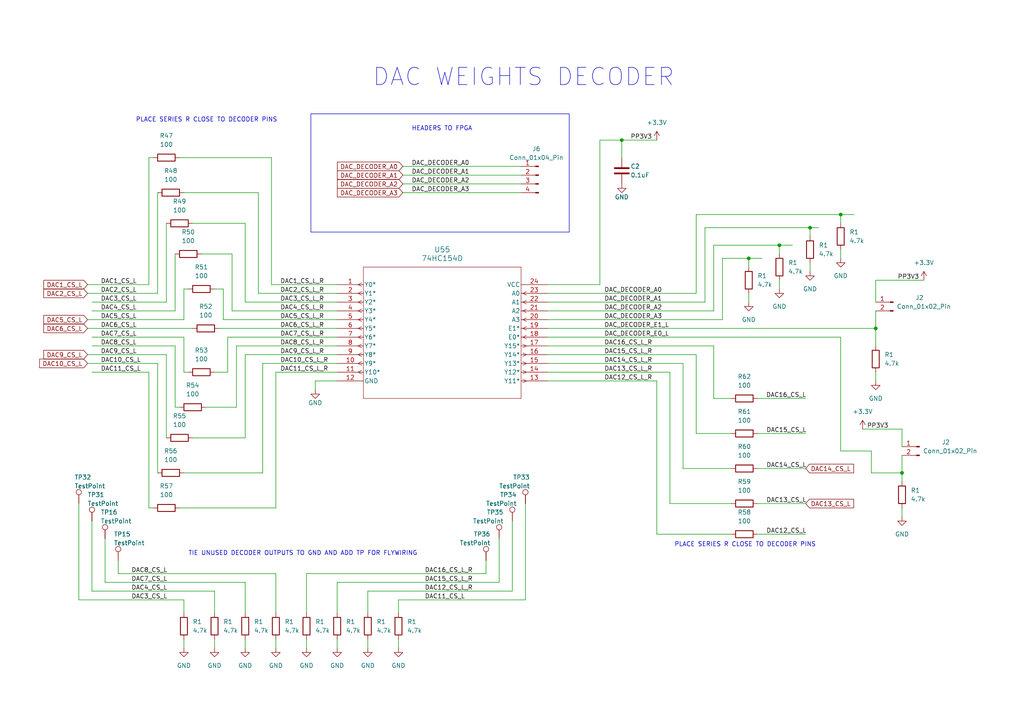
<source format=kicad_sch>
(kicad_sch (version 20230121) (generator eeschema)
  (paper "A4")
  (lib_symbols
    (symbol "74HC154D:74HC154D" (pin_names (offset 0.254))
      (property "Reference" "U" (at 30.48 10.16 0))
      (property "Value" "74HC154D" (at 30.48 7.62 0))
      (symbol "74HC154D_0_1"
        (polyline (pts (xy 7.0993 -25.9207) (xy 6.0579 -25.4)) (stroke (width 0.127)))
        (polyline (pts (xy 7.0993 -24.8793) (xy 6.0579 -25.4)) (stroke (width 0.127)))
        (polyline (pts (xy 7.0993 -23.3807) (xy 6.0579 -22.86)) (stroke (width 0.127)))
        (polyline (pts (xy 7.0993 -22.3393) (xy 6.0579 -22.86)) (stroke (width 0.127)))
        (polyline (pts (xy 7.0993 -20.8407) (xy 6.0579 -20.32)) (stroke (width 0.127)))
        (polyline (pts (xy 7.0993 -19.7993) (xy 6.0579 -20.32)) (stroke (width 0.127)))
        (polyline (pts (xy 7.0993 -18.3007) (xy 6.0579 -17.78)) (stroke (width 0.127)))
        (polyline (pts (xy 7.0993 -17.2593) (xy 6.0579 -17.78)) (stroke (width 0.127)))
        (polyline (pts (xy 7.0993 -15.7607) (xy 6.0579 -15.24)) (stroke (width 0.127)))
        (polyline (pts (xy 7.0993 -14.7193) (xy 6.0579 -15.24)) (stroke (width 0.127)))
        (polyline (pts (xy 7.0993 -13.2207) (xy 6.0579 -12.7)) (stroke (width 0.127)))
        (polyline (pts (xy 7.0993 -12.1793) (xy 6.0579 -12.7)) (stroke (width 0.127)))
        (polyline (pts (xy 7.0993 -10.6807) (xy 6.0579 -10.16)) (stroke (width 0.127)))
        (polyline (pts (xy 7.0993 -9.6393) (xy 6.0579 -10.16)) (stroke (width 0.127)))
        (polyline (pts (xy 7.0993 -8.1407) (xy 6.0579 -7.62)) (stroke (width 0.127)))
        (polyline (pts (xy 7.0993 -7.0993) (xy 6.0579 -7.62)) (stroke (width 0.127)))
        (polyline (pts (xy 7.0993 -5.6007) (xy 6.0579 -5.08)) (stroke (width 0.127)))
        (polyline (pts (xy 7.0993 -4.5593) (xy 6.0579 -5.08)) (stroke (width 0.127)))
        (polyline (pts (xy 7.0993 -3.0607) (xy 6.0579 -2.54)) (stroke (width 0.127)))
        (polyline (pts (xy 7.0993 -2.0193) (xy 6.0579 -2.54)) (stroke (width 0.127)))
        (polyline (pts (xy 7.0993 -0.5207) (xy 6.0579 0)) (stroke (width 0.127)))
        (polyline (pts (xy 7.0993 0.5207) (xy 6.0579 0)) (stroke (width 0.127)))
        (polyline (pts (xy 7.62 -33.02) (xy 53.34 -33.02)) (stroke (width 0.127)))
        (polyline (pts (xy 7.62 5.08) (xy 7.62 -33.02)) (stroke (width 0.127)))
        (polyline (pts (xy 53.34 -33.02) (xy 53.34 5.08)) (stroke (width 0.127)))
        (polyline (pts (xy 53.34 5.08) (xy 7.62 5.08)) (stroke (width 0.127)))
        (polyline (pts (xy 53.8607 -28.4607) (xy 54.9021 -27.94)) (stroke (width 0.127)))
        (polyline (pts (xy 53.8607 -27.4193) (xy 54.9021 -27.94)) (stroke (width 0.127)))
        (polyline (pts (xy 53.8607 -25.9207) (xy 54.9021 -25.4)) (stroke (width 0.127)))
        (polyline (pts (xy 53.8607 -24.8793) (xy 54.9021 -25.4)) (stroke (width 0.127)))
        (polyline (pts (xy 53.8607 -23.3807) (xy 54.9021 -22.86)) (stroke (width 0.127)))
        (polyline (pts (xy 53.8607 -22.3393) (xy 54.9021 -22.86)) (stroke (width 0.127)))
        (polyline (pts (xy 53.8607 -20.8407) (xy 54.9021 -20.32)) (stroke (width 0.127)))
        (polyline (pts (xy 53.8607 -19.7993) (xy 54.9021 -20.32)) (stroke (width 0.127)))
        (polyline (pts (xy 53.8607 -18.3007) (xy 54.9021 -17.78)) (stroke (width 0.127)))
        (polyline (pts (xy 53.8607 -17.2593) (xy 54.9021 -17.78)) (stroke (width 0.127)))
        (polyline (pts (xy 53.8607 -15.24) (xy 54.9021 -15.7607)) (stroke (width 0.127)))
        (polyline (pts (xy 53.8607 -15.24) (xy 54.9021 -14.7193)) (stroke (width 0.127)))
        (polyline (pts (xy 53.8607 -12.7) (xy 54.9021 -13.2207)) (stroke (width 0.127)))
        (polyline (pts (xy 53.8607 -12.7) (xy 54.9021 -12.1793)) (stroke (width 0.127)))
        (polyline (pts (xy 53.8607 -10.16) (xy 54.9021 -10.6807)) (stroke (width 0.127)))
        (polyline (pts (xy 53.8607 -10.16) (xy 54.9021 -9.6393)) (stroke (width 0.127)))
        (polyline (pts (xy 53.8607 -7.62) (xy 54.9021 -8.1407)) (stroke (width 0.127)))
        (polyline (pts (xy 53.8607 -7.62) (xy 54.9021 -7.0993)) (stroke (width 0.127)))
        (polyline (pts (xy 53.8607 -5.08) (xy 54.9021 -5.6007)) (stroke (width 0.127)))
        (polyline (pts (xy 53.8607 -5.08) (xy 54.9021 -4.5593)) (stroke (width 0.127)))
        (polyline (pts (xy 53.8607 -2.54) (xy 54.9021 -3.0607)) (stroke (width 0.127)))
        (polyline (pts (xy 53.8607 -2.54) (xy 54.9021 -2.0193)) (stroke (width 0.127)))
        (pin output line (at 0 0 0) (length 7.62) (name "Y0*") (number "1"))
        (pin output line (at 0 -22.86 0) (length 7.62) (name "Y9*") (number "10"))
        (pin output line (at 0 -25.4 0) (length 7.62) (name "Y10*") (number "11"))
        (pin power_in line (at 0 -27.94 0) (length 7.62) (name "GND") (number "12"))
        (pin output line (at 60.96 -27.94 180) (length 7.62) (name "Y11*") (number "13"))
        (pin output line (at 60.96 -25.4 180) (length 7.62) (name "Y12*") (number "14"))
        (pin output line (at 60.96 -22.86 180) (length 7.62) (name "Y13*") (number "15"))
        (pin output line (at 60.96 -20.32 180) (length 7.62) (name "Y14*") (number "16"))
        (pin output line (at 60.96 -17.78 180) (length 7.62) (name "Y15*") (number "17"))
        (pin input line (at 60.96 -15.24 180) (length 7.62) (name "E0*") (number "18"))
        (pin input line (at 60.96 -12.7 180) (length 7.62) (name "E1*") (number "19"))
        (pin output line (at 0 -2.54 0) (length 7.62) (name "Y1*") (number "2"))
        (pin input line (at 60.96 -10.16 180) (length 7.62) (name "A3") (number "20"))
        (pin input line (at 60.96 -7.62 180) (length 7.62) (name "A2") (number "21"))
        (pin input line (at 60.96 -5.08 180) (length 7.62) (name "A1") (number "22"))
        (pin input line (at 60.96 -2.54 180) (length 7.62) (name "A0") (number "23"))
        (pin power_in line (at 60.96 0 180) (length 7.62) (name "VCC") (number "24"))
        (pin output line (at 0 -5.08 0) (length 7.62) (name "Y2*") (number "3"))
        (pin output line (at 0 -7.62 0) (length 7.62) (name "Y3*") (number "4"))
        (pin output line (at 0 -10.16 0) (length 7.62) (name "Y4*") (number "5"))
        (pin output line (at 0 -12.7 0) (length 7.62) (name "Y5*") (number "6"))
        (pin output line (at 0 -15.24 0) (length 7.62) (name "Y6*") (number "7"))
        (pin output line (at 0 -17.78 0) (length 7.62) (name "Y7*") (number "8"))
        (pin output line (at 0 -20.32 0) (length 7.62) (name "Y8*") (number "9"))
      )
    )
    (symbol "Connector:Conn_01x02_Pin" (pin_names (offset 1.016) hide)
      (property "Reference" "J" (at 0 2.54 0))
      (property "Value" "Conn_01x02_Pin" (at 0 -5.08 0))
      (symbol "Conn_01x02_Pin_1_1"
        (polyline (pts (xy 1.27 -2.54) (xy 0.8636 -2.54)) (stroke (width 0.1524)))
        (polyline (pts (xy 1.27 0) (xy 0.8636 0)) (stroke (width 0.1524)))
        (rectangle (start 0.8636 -2.413) (end 0 -2.667) (stroke (width 0.1524)) (fill (type outline)))
        (rectangle (start 0.8636 0.127) (end 0 -0.127) (stroke (width 0.1524)) (fill (type outline)))
        (pin passive line (at 5.08 0 180) (length 3.81) (name "Pin_1") (number "1"))
        (pin passive line (at 5.08 -2.54 180) (length 3.81) (name "Pin_2") (number "2"))
      )
    )
    (symbol "Connector:Conn_01x04_Pin" (pin_names (offset 1.016) hide)
      (property "Reference" "J" (at 0 5.08 0))
      (property "Value" "Conn_01x04_Pin" (at 0 -7.62 0))
      (symbol "Conn_01x04_Pin_1_1"
        (polyline (pts (xy 1.27 -5.08) (xy 0.8636 -5.08)) (stroke (width 0.1524)))
        (polyline (pts (xy 1.27 -2.54) (xy 0.8636 -2.54)) (stroke (width 0.1524)))
        (polyline (pts (xy 1.27 0) (xy 0.8636 0)) (stroke (width 0.1524)))
        (polyline (pts (xy 1.27 2.54) (xy 0.8636 2.54)) (stroke (width 0.1524)))
        (rectangle (start 0.8636 -4.953) (end 0 -5.207) (stroke (width 0.1524)) (fill (type outline)))
        (rectangle (start 0.8636 -2.413) (end 0 -2.667) (stroke (width 0.1524)) (fill (type outline)))
        (rectangle (start 0.8636 0.127) (end 0 -0.127) (stroke (width 0.1524)) (fill (type outline)))
        (rectangle (start 0.8636 2.667) (end 0 2.413) (stroke (width 0.1524)) (fill (type outline)))
        (pin passive line (at 5.08 2.54 180) (length 3.81) (name "Pin_1") (number "1"))
        (pin passive line (at 5.08 0 180) (length 3.81) (name "Pin_2") (number "2"))
        (pin passive line (at 5.08 -2.54 180) (length 3.81) (name "Pin_3") (number "3"))
        (pin passive line (at 5.08 -5.08 180) (length 3.81) (name "Pin_4") (number "4"))
      )
    )
    (symbol "Connector:TestPoint" (pin_numbers hide) (pin_names (offset 0.762) hide)
      (property "Reference" "TP" (at 0 6.858 0))
      (property "Value" "TestPoint" (at 0 5.08 0))
      (symbol "TestPoint_0_1"
        (circle (center 0 3.302) (radius 0.762))
      )
      (symbol "TestPoint_1_1"
        (pin passive line (at 0 0 90) (length 2.54) (name "1") (number "1"))
      )
    )
    (symbol "Device:C" (pin_numbers hide) (pin_names (offset 0.254))
      (property "Reference" "C" (at 0.635 2.54 0))
      (property "Value" "C" (at 0.635 -2.54 0))
      (symbol "C_0_1"
        (polyline (pts (xy -2.032 -0.762) (xy 2.032 -0.762)) (stroke (width 0.508)))
        (polyline (pts (xy -2.032 0.762) (xy 2.032 0.762)) (stroke (width 0.508)))
      )
      (symbol "C_1_1"
        (pin passive line (at 0 3.81 270) (length 2.794) (name "~") (number "1"))
        (pin passive line (at 0 -3.81 90) (length 2.794) (name "~") (number "2"))
      )
    )
    (symbol "Device:R" (pin_numbers hide) (pin_names (offset 0))
      (property "Reference" "R" (at 2.032 0 90))
      (property "Value" "R" (at 0 0 90))
      (symbol "R_0_1"
        (rectangle (start -1.016 -2.54) (end 1.016 2.54) (stroke (width 0.254)))
      )
      (symbol "R_1_1"
        (pin passive line (at 0 3.81 270) (length 1.27) (name "~") (number "1"))
        (pin passive line (at 0 -3.81 90) (length 1.27) (name "~") (number "2"))
      )
    )
    (symbol "power:+3.3V" (power) (pin_names (offset 0))
      (property "Value" "+3.3V" (at 0 3.556 0))
      (symbol "+3.3V_0_1"
        (polyline (pts (xy -0.762 1.27) (xy 0 2.54)))
        (polyline (pts (xy 0 0) (xy 0 2.54)))
        (polyline (pts (xy 0 2.54) (xy 0.762 1.27)))
      )
      (symbol "+3.3V_1_1"
        (pin power_in line (at 0 0 90) (length 0) hide (name "+3.3V") (number "1"))
      )
    )
    (symbol "power:GND" (power) (pin_names (offset 0))
      (property "Value" "GND" (at 0 -3.81 0))
      (symbol "GND_0_1"
        (polyline (pts (xy 0 0) (xy 0 -1.27) (xy 1.27 -1.27) (xy 0 -2.54) (xy -1.27 -1.27) (xy 0 -1.27)))
      )
      (symbol "GND_1_1"
        (pin power_in line (at 0 0 270) (length 0) hide (name "GND") (number "1"))
      )
    )
  )
  (junction (at 180.34 40.64))
  (junction (at 226.06 71.12))
  (junction (at 234.95 66.04))
  (junction (at 217.17 74.93))
  (junction (at 261.62 137.16))
  (junction (at 243.84 62.23))
  (junction (at 254 95.25))
  (wire (pts (xy 63.5 95.25) (xy 97.79 95.25)))
  (wire (pts (xy 226.06 71.12) (xy 226.06 73.66)))
  (wire (pts (xy 25.4 82.55) (xy 43.18 82.55)))
  (wire (pts (xy 67.31 73.66) (xy 67.31 90.17)))
  (wire (pts (xy 194.31 146.05) (xy 194.31 107.95)))
  (wire (pts (xy 53.34 83.82) (xy 53.34 92.71)))
  (wire (pts (xy 74.93 85.09) (xy 97.79 85.09)))
  (wire (pts (xy 140.97 162.56) (xy 140.97 166.37)))
  (wire (pts (xy 152.4 146.05) (xy 152.4 173.99)))
  (wire (pts (xy 71.12 177.8) (xy 71.12 168.91)))
  (wire (pts (xy 194.31 146.05) (xy 212.09 146.05)))
  (wire (pts (xy 43.18 147.32) (xy 44.45 147.32)))
  (wire (pts (xy 64.77 92.71) (xy 97.79 92.71)))
  (wire (pts (xy 190.5 154.94) (xy 190.5 110.49)))
  (wire (pts (xy 26.67 97.79) (xy 53.34 97.79)))
  (wire (pts (xy 217.17 85.09) (xy 217.17 87.63)))
  (wire (pts (xy 254 95.25) (xy 254 100.33)))
  (wire (pts (xy 68.58 100.33) (xy 97.79 100.33)))
  (wire (pts (xy 22.86 146.05) (xy 22.86 173.99)))
  (wire (pts (xy 88.9 166.37) (xy 140.97 166.37)))
  (wire (pts (xy 115.57 177.8) (xy 115.57 173.99)))
  (wire (pts (xy 219.71 135.89) (xy 233.68 135.89)))
  (wire (pts (xy 201.93 85.09) (xy 201.93 62.23)))
  (wire (pts (xy 201.93 62.23) (xy 243.84 62.23)))
  (wire (pts (xy 80.01 147.32) (xy 80.01 107.95)))
  (wire (pts (xy 158.75 85.09) (xy 201.93 85.09)))
  (wire (pts (xy 243.84 130.81) (xy 252.73 130.81)))
  (wire (pts (xy 252.73 130.81) (xy 252.73 137.16)))
  (wire (pts (xy 234.95 66.04) (xy 234.95 68.58)))
  (wire (pts (xy 204.47 87.63) (xy 204.47 66.04)))
  (wire (pts (xy 25.4 105.41) (xy 45.72 105.41)))
  (wire (pts (xy 53.34 107.95) (xy 54.61 107.95)))
  (wire (pts (xy 66.04 107.95) (xy 66.04 97.79)))
  (wire (pts (xy 26.67 90.17) (xy 50.8 90.17)))
  (wire (pts (xy 180.34 40.64) (xy 180.34 45.72)))
  (wire (pts (xy 234.95 66.04) (xy 237.49 66.04)))
  (wire (pts (xy 52.07 45.72) (xy 78.74 45.72)))
  (wire (pts (xy 74.93 55.88) (xy 74.93 85.09)))
  (wire (pts (xy 219.71 115.57) (xy 233.68 115.57)))
  (wire (pts (xy 26.67 171.45) (xy 62.23 171.45)))
  (wire (pts (xy 115.57 185.42) (xy 115.57 187.96)))
  (wire (pts (xy 226.06 81.28) (xy 226.06 83.82)))
  (wire (pts (xy 48.26 127) (xy 48.26 102.87)))
  (wire (pts (xy 71.12 127) (xy 71.12 102.87)))
  (wire (pts (xy 173.99 40.64) (xy 173.99 82.55)))
  (wire (pts (xy 261.62 147.32) (xy 261.62 149.86)))
  (wire (pts (xy 158.75 95.25) (xy 254 95.25)))
  (wire (pts (xy 106.68 171.45) (xy 148.59 171.45)))
  (wire (pts (xy 97.79 177.8) (xy 97.79 168.91)))
  (wire (pts (xy 78.74 45.72) (xy 78.74 82.55)))
  (wire (pts (xy 207.01 90.17) (xy 207.01 71.12)))
  (wire (pts (xy 34.29 166.37) (xy 80.01 166.37)))
  (wire (pts (xy 158.75 92.71) (xy 209.55 92.71)))
  (wire (pts (xy 116.84 50.8) (xy 151.13 50.8)))
  (wire (pts (xy 45.72 55.88) (xy 45.72 85.09)))
  (wire (pts (xy 198.12 135.89) (xy 212.09 135.89)))
  (wire (pts (xy 22.86 173.99) (xy 53.34 173.99)))
  (wire (pts (xy 25.4 95.25) (xy 55.88 95.25)))
  (wire (pts (xy 76.2 105.41) (xy 97.79 105.41)))
  (wire (pts (xy 173.99 40.64) (xy 180.34 40.64)))
  (wire (pts (xy 219.71 146.05) (xy 233.68 146.05)))
  (wire (pts (xy 243.84 97.79) (xy 243.84 130.81)))
  (wire (pts (xy 26.67 87.63) (xy 48.26 87.63)))
  (wire (pts (xy 30.48 156.21) (xy 30.48 168.91)))
  (wire (pts (xy 254 81.28) (xy 267.97 81.28)))
  (wire (pts (xy 43.18 45.72) (xy 43.18 82.55)))
  (wire (pts (xy 254 81.28) (xy 254 87.63)))
  (wire (pts (xy 209.55 74.93) (xy 217.17 74.93)))
  (wire (pts (xy 158.75 102.87) (xy 201.93 102.87)))
  (wire (pts (xy 88.9 185.42) (xy 88.9 187.96)))
  (wire (pts (xy 26.67 100.33) (xy 50.8 100.33)))
  (wire (pts (xy 25.4 85.09) (xy 45.72 85.09)))
  (wire (pts (xy 55.88 64.77) (xy 71.12 64.77)))
  (wire (pts (xy 71.12 64.77) (xy 71.12 87.63)))
  (wire (pts (xy 88.9 177.8) (xy 88.9 166.37)))
  (wire (pts (xy 158.75 90.17) (xy 207.01 90.17)))
  (wire (pts (xy 50.8 118.11) (xy 50.8 100.33)))
  (wire (pts (xy 66.04 97.79) (xy 97.79 97.79)))
  (wire (pts (xy 158.75 87.63) (xy 204.47 87.63)))
  (wire (pts (xy 26.67 151.13) (xy 26.67 171.45)))
  (wire (pts (xy 62.23 177.8) (xy 62.23 171.45)))
  (wire (pts (xy 207.01 115.57) (xy 207.01 100.33)))
  (wire (pts (xy 148.59 151.13) (xy 148.59 171.45)))
  (wire (pts (xy 48.26 64.77) (xy 48.26 87.63)))
  (wire (pts (xy 158.75 110.49) (xy 190.5 110.49)))
  (wire (pts (xy 173.99 82.55) (xy 158.75 82.55)))
  (wire (pts (xy 50.8 73.66) (xy 50.8 90.17)))
  (wire (pts (xy 201.93 125.73) (xy 201.93 102.87)))
  (wire (pts (xy 30.48 168.91) (xy 71.12 168.91)))
  (wire (pts (xy 52.07 147.32) (xy 80.01 147.32)))
  (wire (pts (xy 115.57 173.99) (xy 152.4 173.99)))
  (wire (pts (xy 53.34 177.8) (xy 53.34 173.99)))
  (wire (pts (xy 207.01 115.57) (xy 212.09 115.57)))
  (wire (pts (xy 254 107.95) (xy 254 110.49)))
  (wire (pts (xy 144.78 156.21) (xy 144.78 168.91)))
  (wire (pts (xy 25.4 102.87) (xy 48.26 102.87)))
  (wire (pts (xy 76.2 137.16) (xy 76.2 105.41)))
  (wire (pts (xy 43.18 45.72) (xy 44.45 45.72)))
  (wire (pts (xy 180.34 40.64) (xy 190.5 40.64)))
  (wire (pts (xy 116.84 53.34) (xy 151.13 53.34)))
  (wire (pts (xy 261.62 132.08) (xy 261.62 137.16)))
  (wire (pts (xy 158.75 107.95) (xy 194.31 107.95)))
  (wire (pts (xy 91.44 113.03) (xy 91.44 110.49)))
  (wire (pts (xy 261.62 137.16) (xy 261.62 139.7)))
  (wire (pts (xy 53.34 107.95) (xy 53.34 97.79)))
  (wire (pts (xy 158.75 100.33) (xy 207.01 100.33)))
  (wire (pts (xy 53.34 83.82) (xy 54.61 83.82)))
  (wire (pts (xy 62.23 107.95) (xy 66.04 107.95)))
  (wire (pts (xy 97.79 168.91) (xy 144.78 168.91)))
  (wire (pts (xy 243.84 72.39) (xy 243.84 74.93)))
  (wire (pts (xy 198.12 135.89) (xy 198.12 105.41)))
  (wire (pts (xy 243.84 62.23) (xy 247.65 62.23)))
  (wire (pts (xy 234.95 76.2) (xy 234.95 78.74)))
  (wire (pts (xy 106.68 185.42) (xy 106.68 187.96)))
  (wire (pts (xy 43.18 147.32) (xy 43.18 107.95)))
  (wire (pts (xy 67.31 90.17) (xy 97.79 90.17)))
  (wire (pts (xy 190.5 154.94) (xy 212.09 154.94)))
  (wire (pts (xy 62.23 185.42) (xy 62.23 187.96)))
  (wire (pts (xy 254 90.17) (xy 254 95.25)))
  (wire (pts (xy 78.74 82.55) (xy 97.79 82.55)))
  (wire (pts (xy 252.73 137.16) (xy 261.62 137.16)))
  (wire (pts (xy 116.84 55.88) (xy 151.13 55.88)))
  (wire (pts (xy 219.71 154.94) (xy 233.68 154.94)))
  (wire (pts (xy 106.68 177.8) (xy 106.68 171.45)))
  (wire (pts (xy 97.79 185.42) (xy 97.79 187.96)))
  (wire (pts (xy 207.01 71.12) (xy 226.06 71.12)))
  (wire (pts (xy 50.8 118.11) (xy 52.07 118.11)))
  (wire (pts (xy 71.12 87.63) (xy 97.79 87.63)))
  (wire (pts (xy 209.55 92.71) (xy 209.55 74.93)))
  (wire (pts (xy 53.34 137.16) (xy 76.2 137.16)))
  (wire (pts (xy 34.29 162.56) (xy 34.29 166.37)))
  (wire (pts (xy 226.06 71.12) (xy 229.87 71.12)))
  (wire (pts (xy 80.01 185.42) (xy 80.01 187.96)))
  (wire (pts (xy 80.01 107.95) (xy 97.79 107.95)))
  (wire (pts (xy 217.17 74.93) (xy 217.17 77.47)))
  (wire (pts (xy 58.42 73.66) (xy 67.31 73.66)))
  (wire (pts (xy 59.69 118.11) (xy 68.58 118.11)))
  (wire (pts (xy 204.47 66.04) (xy 234.95 66.04)))
  (wire (pts (xy 261.62 124.46) (xy 261.62 129.54)))
  (wire (pts (xy 217.17 74.93) (xy 220.98 74.93)))
  (wire (pts (xy 250.19 124.46) (xy 261.62 124.46)))
  (wire (pts (xy 243.84 62.23) (xy 243.84 64.77)))
  (wire (pts (xy 25.4 92.71) (xy 53.34 92.71)))
  (wire (pts (xy 116.84 48.26) (xy 151.13 48.26)))
  (wire (pts (xy 53.34 185.42) (xy 53.34 187.96)))
  (wire (pts (xy 71.12 185.42) (xy 71.12 187.96)))
  (wire (pts (xy 219.71 125.73) (xy 233.68 125.73)))
  (wire (pts (xy 53.34 55.88) (xy 74.93 55.88)))
  (wire (pts (xy 62.23 83.82) (xy 64.77 83.82)))
  (wire (pts (xy 55.88 127) (xy 71.12 127)))
  (wire (pts (xy 201.93 125.73) (xy 212.09 125.73)))
  (wire (pts (xy 80.01 177.8) (xy 80.01 166.37)))
  (wire (pts (xy 158.75 105.41) (xy 198.12 105.41)))
  (wire (pts (xy 64.77 83.82) (xy 64.77 92.71)))
  (wire (pts (xy 91.44 110.49) (xy 97.79 110.49)))
  (wire (pts (xy 68.58 118.11) (xy 68.58 100.33)))
  (wire (pts (xy 158.75 97.79) (xy 243.84 97.79)))
  (wire (pts (xy 71.12 102.87) (xy 97.79 102.87)))
  (wire (pts (xy 26.67 107.95) (xy 43.18 107.95)))
  (wire (pts (xy 45.72 137.16) (xy 45.72 105.41)))
  (rectangle (start 90.17 33.02) (end 165.1 67.31))
  (text "PLACE SERIES R CLOSE TO DECODER PINS" (at 39.37 35.56 0) (effects (font (size 1.27 1.27)) (justify left bottom)))
  (text "DAC WEIGHTS DECODER" (at 107.95 25.4 0) (effects (font (size 5 5)) (justify left bottom)))
  (text "TIE UNUSED DECODER OUTPUTS TO GND AND ADD TP FOR FLYWIRING" (at 54.61 161.29 0) (effects (font (size 1.27 1.27)) (justify left bottom)))
  (text "HEADERS TO FPGA" (at 119.38 38.1 0) (effects (font (size 1.27 1.27)) (justify left bottom)))
  (text "PLACE SERIES R CLOSE TO DECODER PINS" (at 195.58 158.75 0) (effects (font (size 1.27 1.27)) (justify left bottom)))
  (label "DAC_DECODER_A0" (at 175.26 85.09 0))
  (label "DAC5_CS_L" (at 29.21 92.71 0))
  (label "DAC12_CS_L_R" (at 123.19 171.45 0))
  (label "DAC12_CS_L" (at 222.25 154.94 0))
  (label "DAC6_CS_L" (at 29.21 95.25 0))
  (label "DAC4_CS_L" (at 38.1 171.45 0))
  (label "DAC14_CS_L_R" (at 175.26 105.41 0))
  (label "DAC_DECODER_A0" (at 119.38 48.26 0))
  (label "PP3V3" (at 260.35 81.28 0))
  (label "DAC11_CS_L" (at 123.19 173.99 0))
  (label "DAC8_CS_L" (at 29.21 100.33 0))
  (label "DAC14_CS_L" (at 222.25 135.89 0))
  (label "DAC11_CS_L" (at 29.21 107.95 0))
  (label "DAC15_CS_L_R" (at 175.26 102.87 0))
  (label "DAC1_CS_L" (at 29.21 82.55 0))
  (label "DAC1_CS_L_R" (at 81.28 82.55 0))
  (label "DAC_DECODER_A3" (at 119.38 55.88 0))
  (label "DAC6_CS_L_R" (at 81.28 95.25 0))
  (label "DAC10_CS_L" (at 29.21 105.41 0))
  (label "DAC10_CS_L_R" (at 81.28 105.41 0))
  (label "DAC_DECODER_A1" (at 119.38 50.8 0))
  (label "DAC8_CS_L_R" (at 81.28 100.33 0))
  (label "DAC11_CS_L_R" (at 81.28 107.95 0))
  (label "DAC7_CS_L" (at 29.21 97.79 0))
  (label "DAC_DECODER_A3" (at 175.26 92.71 0))
  (label "DAC15_CS_L" (at 222.25 125.73 0))
  (label "DAC13_CS_L" (at 222.25 146.05 0))
  (label "DAC7_CS_L" (at 38.1 168.91 0))
  (label "DAC3_CS_L" (at 29.21 87.63 0))
  (label "DAC_DECODER_A2" (at 175.26 90.17 0))
  (label "DAC13_CS_L_R" (at 175.26 107.95 0))
  (label "DAC7_CS_L_R" (at 81.28 97.79 0))
  (label "DAC8_CS_L" (at 38.1 166.37 0))
  (label "DAC_DECODER_A1" (at 175.26 87.63 0))
  (label "PP3V3" (at 251.46 124.46 0))
  (label "DAC9_CS_L" (at 29.21 102.87 0))
  (label "DAC3_CS_L_R" (at 81.28 87.63 0))
  (label "DAC16_CS_L_R" (at 175.26 100.33 0))
  (label "DAC4_CS_L" (at 29.21 90.17 0))
  (label "DAC15_CS_L_R" (at 123.19 168.91 0))
  (label "DAC2_CS_L" (at 29.21 85.09 0))
  (label "DAC12_CS_L_R" (at 175.26 110.49 0))
  (label "DAC_DECODER_E1_L" (at 175.26 95.25 0))
  (label "DAC4_CS_L_R" (at 81.28 90.17 0))
  (label "DAC3_CS_L" (at 38.1 173.99 0))
  (label "DAC9_CS_L_R" (at 81.28 102.87 0))
  (label "DAC_DECODER_A2" (at 119.38 53.34 0))
  (label "DAC_DECODER_E0_L" (at 175.26 97.79 0))
  (label "DAC2_CS_L_R" (at 81.28 85.09 0))
  (label "DAC16_CS_L_R" (at 123.19 166.37 0))
  (label "DAC16_CS_L" (at 222.1804 115.57 0))
  (label "PP3V3" (at 182.88 40.64 0))
  (label "DAC5_CS_L_R" (at 81.28 92.71 0))
  (global_label "DAC13_CS_L" (shape input) (at 233.68 146.05 0) (property "Intersheetrefs" "${INTERSHEET_REFS}" (effects hide)))
  (global_label "DAC6_CS_L" (shape input) (at 25.4 95.25 180) (property "Intersheetrefs" "${INTERSHEET_REFS}" (effects hide)))
  (global_label "DAC1_CS_L" (shape input) (at 25.4 82.55 180) (property "Intersheetrefs" "${INTERSHEET_REFS}" (effects hide)))
  (global_label "DAC10_CS_L" (shape input) (at 25.4 105.41 180) (property "Intersheetrefs" "${INTERSHEET_REFS}" (effects hide)))
  (global_label "DAC_DECODER_A1" (shape input) (at 116.84 50.8 180) (property "Intersheetrefs" "${INTERSHEET_REFS}" (effects hide)))
  (global_label "DAC2_CS_L" (shape input) (at 25.4 85.09 180) (property "Intersheetrefs" "${INTERSHEET_REFS}" (effects hide)))
  (global_label "DAC9_CS_L" (shape input) (at 25.4 102.87 180) (property "Intersheetrefs" "${INTERSHEET_REFS}" (effects hide)))
  (global_label "DAC_DECODER_A2" (shape input) (at 116.84 53.34 180) (property "Intersheetrefs" "${INTERSHEET_REFS}" (effects hide)))
  (global_label "DAC14_CS_L" (shape input) (at 233.68 135.89 0) (property "Intersheetrefs" "${INTERSHEET_REFS}" (effects hide)))
  (global_label "DAC5_CS_L" (shape input) (at 25.4 92.71 180) (property "Intersheetrefs" "${INTERSHEET_REFS}" (effects hide)))
  (global_label "DAC_DECODER_A3" (shape input) (at 116.84 55.88 180) (property "Intersheetrefs" "${INTERSHEET_REFS}" (effects hide)))
  (global_label "DAC_DECODER_A0" (shape input) (at 116.84 48.26 180) (property "Intersheetrefs" "${INTERSHEET_REFS}" (effects hide)))
  (symbol (lib_id "Connector:TestPoint") (at 30.48 156.21 0) (unit 1)
    (property "Reference" "TP1" (at 29.21 148.59 0) (effects (justify left)))
    (property "Value" "TestPoint" (at 29.21 151.13 0) (effects (justify left)))
    (property "Footprint" "TestPoint:TestPoint_Pad_1.0x1.0mm" (effects hide))
    (instances (project "fydp" (path "" (reference "TP16") (unit 1))) (project "untitled" (path "" (reference "TP2") (unit 1))))
  )
  (symbol (lib_id "74HC154D:74HC154D") (at 97.79 82.55 0) (unit 1)
    (property "Reference" "U55" (at 128.27 72.39 0) (effects (font (size 1.524 1.524))))
    (property "Value" "74HC154D" (at 128.27 74.93 0) (effects (font (size 1.524 1.524))))
    (property "Footprint" "Package_SO:SOP-24_7.5x15.4mm_P1.27mm" (effects hide))
    (property "Datasheet" "74HC154D" (effects hide))
  )
  (symbol (lib_id "Device:R") (at 59.69 95.25 270) (unit 1)
    (property "Reference" "R52" (at 59.69 88.9 90))
    (property "Value" "100" (at 59.69 91.44 90))
    (property "Footprint" "Resistor_SMD:R_0805_2012Metric" (effects hide))
  )
  (symbol (lib_id "Device:R") (at 71.12 181.61 0) (unit 1)
    (property "Reference" "R1" (at 73.66 180.34 0) (effects (justify left)))
    (property "Value" "4.7k" (at 73.66 182.88 0) (effects (justify left)))
    (property "Footprint" "Resistor_SMD:R_0805_2012Metric" (effects hide))
    (instances (project "fydp" (path "" (reference "R1") (unit 1)) (path "" (reference "R9") (unit 1)) (path "" (reference "R41") (unit 1)) (path "" (reference "R7") (unit 1))))
  )
  (symbol (lib_id "power:GND") (at 115.57 187.96 0) (unit 1)
    (property "Reference" "#PWR0326" (effects hide))
    (property "Value" "GND" (at 115.57 193.04 0))
    (instances (project "fydp" (path "" (reference "#PWR0326") (unit 1)) (path "" (reference "#PWR048") (unit 1))))
  )
  (symbol (lib_id "Device:R") (at 97.79 181.61 0) (unit 1)
    (property "Reference" "R1" (at 100.33 180.34 0) (effects (justify left)))
    (property "Value" "4.7k" (at 100.33 182.88 0) (effects (justify left)))
    (property "Footprint" "Resistor_SMD:R_0805_2012Metric" (effects hide))
    (instances (project "fydp" (path "" (reference "R1") (unit 1)) (path "" (reference "R9") (unit 1)) (path "" (reference "R41") (unit 1)) (path "" (reference "R14") (unit 1))))
  )
  (symbol (lib_id "power:GND") (at 254 110.49 0) (unit 1)
    (property "Reference" "#PWR0326" (effects hide))
    (property "Value" "GND" (at 254 115.57 0))
    (instances (project "fydp" (path "" (reference "#PWR0326") (unit 1)) (path "" (reference "#PWR0336") (unit 1))))
  )
  (symbol (lib_id "Device:R") (at 55.88 118.11 270) (unit 1)
    (property "Reference" "R54" (at 55.88 111.76 90))
    (property "Value" "100" (at 55.88 114.3 90))
    (property "Footprint" "Resistor_SMD:R_0805_2012Metric" (effects hide))
  )
  (symbol (lib_id "power:GND") (at 234.95 78.74 0) (unit 1)
    (property "Reference" "#PWR0326" (effects hide))
    (property "Value" "GND" (at 234.95 83.82 0))
    (instances (project "fydp" (path "" (reference "#PWR0326") (unit 1)) (path "" (reference "#PWR0341") (unit 1))))
  )
  (symbol (lib_id "Connector:Conn_01x02_Pin") (at 259.08 87.63 0) (mirror y) (unit 1)
    (property "Reference" "J2" (at 266.7 86.36 0))
    (property "Value" "Conn_01x02_Pin" (at 267.97 88.9 0))
    (property "Footprint" "Connector_PinHeader_2.54mm:PinHeader_1x02_P2.54mm_Vertical" (effects hide))
    (instances (project "fydp" (path "" (reference "J2") (unit 1)) (path "" (reference "J4") (unit 1))))
  )
  (symbol (lib_id "Device:R") (at 234.95 72.39 0) (unit 1)
    (property "Reference" "R1" (at 237.49 71.12 0) (effects (justify left)))
    (property "Value" "4.7k" (at 237.49 73.66 0) (effects (justify left)))
    (property "Footprint" "Resistor_SMD:R_0805_2012Metric" (effects hide))
    (instances (project "fydp" (path "" (reference "R1") (unit 1)) (path "" (reference "R9") (unit 1)) (path "" (reference "R41") (unit 1)) (path "" (reference "R65") (unit 1))))
  )
  (symbol (lib_id "power:GND") (at 97.79 187.96 0) (unit 1)
    (property "Reference" "#PWR0326" (effects hide))
    (property "Value" "GND" (at 97.79 193.04 0))
    (instances (project "fydp" (path "" (reference "#PWR0326") (unit 1)) (path "" (reference "#PWR046") (unit 1))))
  )
  (symbol (lib_id "Device:R") (at 58.42 83.82 270) (unit 1)
    (property "Reference" "R51" (at 58.42 77.47 90))
    (property "Value" "100" (at 58.42 80.01 90))
    (property "Footprint" "Resistor_SMD:R_0805_2012Metric" (effects hide))
  )
  (symbol (lib_id "power:+3.3V") (at 267.97 81.28 0) (unit 1)
    (property "Reference" "#PWR013" (effects hide))
    (property "Value" "+3.3V" (at 267.97 76.2 0))
    (instances (project "fydp" (path "" (reference "#PWR013") (unit 1)) (path "" (reference "#PWR027") (unit 1)) (path "" (reference "#PWR037") (unit 1))))
  )
  (symbol (lib_id "power:GND") (at 91.44 113.03 0) (unit 1)
    (property "Reference" "#PWR09" (effects hide))
    (property "Value" "GND" (at 91.44 116.84 0))
    (instances (project "fydp" (path "" (reference "#PWR09") (unit 1)) (path "" (reference "#PWR089") (unit 1)) (path "" (reference "#PWR0161") (unit 1)) (path "" (reference "#PWR0329") (unit 1)) (path "" (reference "#PWR0338") (unit 1))))
  )
  (symbol (lib_id "Connector:TestPoint") (at 148.59 151.13 0) (mirror y) (unit 1)
    (property "Reference" "TP1" (at 149.86 143.51 0) (effects (justify left)))
    (property "Value" "TestPoint" (at 149.86 146.05 0) (effects (justify left)))
    (property "Footprint" "TestPoint:TestPoint_Pad_1.0x1.0mm" (effects hide))
    (instances (project "fydp" (path "" (reference "TP34") (unit 1))) (project "untitled" (path "" (reference "TP2") (unit 1))))
  )
  (symbol (lib_id "Device:R") (at 49.53 137.16 270) (unit 1)
    (property "Reference" "R56" (at 49.53 130.81 90))
    (property "Value" "100" (at 49.53 133.35 90))
    (property "Footprint" "Resistor_SMD:R_0805_2012Metric" (effects hide))
  )
  (symbol (lib_id "power:GND") (at 62.23 187.96 0) (unit 1)
    (property "Reference" "#PWR0326" (effects hide))
    (property "Value" "GND" (at 62.23 193.04 0))
    (instances (project "fydp" (path "" (reference "#PWR0326") (unit 1)) (path "" (reference "#PWR040") (unit 1))))
  )
  (symbol (lib_id "Device:R") (at 52.07 127 270) (unit 1)
    (property "Reference" "R55" (at 52.07 120.65 90))
    (property "Value" "100" (at 52.07 123.19 90))
    (property "Footprint" "Resistor_SMD:R_0805_2012Metric" (effects hide))
  )
  (symbol (lib_id "power:GND") (at 80.01 187.96 0) (unit 1)
    (property "Reference" "#PWR0326" (effects hide))
    (property "Value" "GND" (at 80.01 193.04 0))
    (instances (project "fydp" (path "" (reference "#PWR0326") (unit 1)) (path "" (reference "#PWR044") (unit 1))))
  )
  (symbol (lib_id "Connector:TestPoint") (at 22.86 146.05 0) (unit 1)
    (property "Reference" "TP1" (at 21.59 138.43 0) (effects (justify left)))
    (property "Value" "TestPoint" (at 21.59 140.97 0) (effects (justify left)))
    (property "Footprint" "TestPoint:TestPoint_Pad_1.0x1.0mm" (effects hide))
    (instances (project "fydp" (path "" (reference "TP32") (unit 1))) (project "untitled" (path "" (reference "TP2") (unit 1))))
  )
  (symbol (lib_id "Connector:TestPoint") (at 26.67 151.13 0) (unit 1)
    (property "Reference" "TP1" (at 25.4 143.51 0) (effects (justify left)))
    (property "Value" "TestPoint" (at 25.4 146.05 0) (effects (justify left)))
    (property "Footprint" "TestPoint:TestPoint_Pad_1.0x1.0mm" (effects hide))
    (instances (project "fydp" (path "" (reference "TP31") (unit 1))) (project "untitled" (path "" (reference "TP2") (unit 1))))
  )
  (symbol (lib_id "power:GND") (at 217.17 87.63 0) (unit 1)
    (property "Reference" "#PWR0326" (effects hide))
    (property "Value" "GND" (at 217.17 92.71 0))
    (instances (project "fydp" (path "" (reference "#PWR0326") (unit 1)) (path "" (reference "#PWR0340") (unit 1))))
  )
  (symbol (lib_id "Connector:TestPoint") (at 34.29 162.56 0) (unit 1)
    (property "Reference" "TP1" (at 33.02 154.94 0) (effects (justify left)))
    (property "Value" "TestPoint" (at 33.02 157.48 0) (effects (justify left)))
    (property "Footprint" "TestPoint:TestPoint_Pad_1.0x1.0mm" (effects hide))
    (instances (project "fydp" (path "" (reference "TP15") (unit 1))) (project "untitled" (path "" (reference "TP2") (unit 1))))
  )
  (symbol (lib_id "Device:R") (at 88.9 181.61 0) (unit 1)
    (property "Reference" "R1" (at 91.44 180.34 0) (effects (justify left)))
    (property "Value" "4.7k" (at 91.44 182.88 0) (effects (justify left)))
    (property "Footprint" "Resistor_SMD:R_0805_2012Metric" (effects hide))
    (instances (project "fydp" (path "" (reference "R1") (unit 1)) (path "" (reference "R9") (unit 1)) (path "" (reference "R41") (unit 1)) (path "" (reference "R13") (unit 1))))
  )
  (symbol (lib_id "Device:R") (at 243.84 68.58 0) (unit 1)
    (property "Reference" "R1" (at 246.38 67.31 0) (effects (justify left)))
    (property "Value" "4.7k" (at 246.38 69.85 0) (effects (justify left)))
    (property "Footprint" "Resistor_SMD:R_0805_2012Metric" (effects hide))
    (instances (project "fydp" (path "" (reference "R1") (unit 1)) (path "" (reference "R9") (unit 1)) (path "" (reference "R41") (unit 1)) (path "" (reference "R66") (unit 1))))
  )
  (symbol (lib_id "power:+3.3V") (at 190.5 40.64 0) (unit 1)
    (property "Reference" "#PWR013" (effects hide))
    (property "Value" "+3.3V" (at 190.5 35.56 0))
    (instances (project "fydp" (path "" (reference "#PWR013") (unit 1)) (path "" (reference "#PWR027") (unit 1)) (path "" (reference "#PWR036") (unit 1))))
  )
  (symbol (lib_id "Connector:TestPoint") (at 140.97 162.56 0) (mirror y) (unit 1)
    (property "Reference" "TP1" (at 142.24 154.94 0) (effects (justify left)))
    (property "Value" "TestPoint" (at 142.24 157.48 0) (effects (justify left)))
    (property "Footprint" "TestPoint:TestPoint_Pad_1.0x1.0mm" (effects hide))
    (instances (project "fydp" (path "" (reference "TP36") (unit 1))) (project "untitled" (path "" (reference "TP2") (unit 1))))
  )
  (symbol (lib_id "power:GND") (at 243.84 74.93 0) (unit 1)
    (property "Reference" "#PWR0326" (effects hide))
    (property "Value" "GND" (at 243.84 80.01 0))
    (instances (project "fydp" (path "" (reference "#PWR0326") (unit 1)) (path "" (reference "#PWR0342") (unit 1))))
  )
  (symbol (lib_id "Device:R") (at 49.53 55.88 270) (unit 1)
    (property "Reference" "R48" (at 49.53 49.53 90))
    (property "Value" "100" (at 49.53 52.07 90))
    (property "Footprint" "Resistor_SMD:R_0805_2012Metric" (effects hide))
  )
  (symbol (lib_id "power:GND") (at 261.62 149.86 0) (unit 1)
    (property "Reference" "#PWR0326" (effects hide))
    (property "Value" "GND" (at 261.62 154.94 0))
    (instances (project "fydp" (path "" (reference "#PWR0326") (unit 1)) (path "" (reference "#PWR0337") (unit 1))))
  )
  (symbol (lib_id "Device:R") (at 215.9 154.94 270) (unit 1)
    (property "Reference" "R58" (at 215.9 148.59 90))
    (property "Value" "100" (at 215.9 151.13 90))
    (property "Footprint" "Resistor_SMD:R_0805_2012Metric" (effects hide))
  )
  (symbol (lib_id "Device:R") (at 53.34 181.61 0) (unit 1)
    (property "Reference" "R1" (at 55.88 180.34 0) (effects (justify left)))
    (property "Value" "4.7k" (at 55.88 182.88 0) (effects (justify left)))
    (property "Footprint" "Resistor_SMD:R_0805_2012Metric" (effects hide))
    (instances (project "fydp" (path "" (reference "R1") (unit 1)) (path "" (reference "R9") (unit 1)) (path "" (reference "R41") (unit 1)) (path "" (reference "R5") (unit 1))))
  )
  (symbol (lib_id "Device:R") (at 215.9 135.89 270) (unit 1)
    (property "Reference" "R60" (at 215.9 129.54 90))
    (property "Value" "100" (at 215.9 132.08 90))
    (property "Footprint" "Resistor_SMD:R_0805_2012Metric" (effects hide))
  )
  (symbol (lib_id "power:GND") (at 53.34 187.96 0) (unit 1)
    (property "Reference" "#PWR0326" (effects hide))
    (property "Value" "GND" (at 53.34 193.04 0))
    (instances (project "fydp" (path "" (reference "#PWR0326") (unit 1)) (path "" (reference "#PWR039") (unit 1))))
  )
  (symbol (lib_id "Device:C") (at 180.34 49.53 0) (unit 1)
    (property "Reference" "C2" (at 182.88 48.26 0) (effects (justify left)))
    (property "Value" "0.1uF" (at 182.88 50.8 0) (effects (justify left)))
    (property "Footprint" "Capacitor_SMD:C_0805_2012Metric" (effects hide))
    (instances (project "fydp" (path "" (reference "C2") (unit 1)) (path "" (reference "C57") (unit 1)) (path "" (reference "C105") (unit 1)) (path "" (reference "C226") (unit 1)) (path "" (reference "C229") (unit 1))))
  )
  (symbol (lib_id "Device:R") (at 226.06 77.47 0) (unit 1)
    (property "Reference" "R1" (at 228.6 76.2 0) (effects (justify left)))
    (property "Value" "4.7k" (at 228.6 78.74 0) (effects (justify left)))
    (property "Footprint" "Resistor_SMD:R_0805_2012Metric" (effects hide))
    (instances (project "fydp" (path "" (reference "R1") (unit 1)) (path "" (reference "R9") (unit 1)) (path "" (reference "R41") (unit 1)) (path "" (reference "R63") (unit 1))))
  )
  (symbol (lib_id "Device:R") (at 62.23 181.61 0) (unit 1)
    (property "Reference" "R1" (at 64.77 180.34 0) (effects (justify left)))
    (property "Value" "4.7k" (at 64.77 182.88 0) (effects (justify left)))
    (property "Footprint" "Resistor_SMD:R_0805_2012Metric" (effects hide))
    (instances (project "fydp" (path "" (reference "R1") (unit 1)) (path "" (reference "R9") (unit 1)) (path "" (reference "R41") (unit 1)) (path "" (reference "R6") (unit 1))))
  )
  (symbol (lib_id "Device:R") (at 115.57 181.61 0) (unit 1)
    (property "Reference" "R1" (at 118.11 180.34 0) (effects (justify left)))
    (property "Value" "4.7k" (at 118.11 182.88 0) (effects (justify left)))
    (property "Footprint" "Resistor_SMD:R_0805_2012Metric" (effects hide))
    (instances (project "fydp" (path "" (reference "R1") (unit 1)) (path "" (reference "R9") (unit 1)) (path "" (reference "R41") (unit 1)) (path "" (reference "R16") (unit 1))))
  )
  (symbol (lib_id "power:GND") (at 226.06 83.82 0) (unit 1)
    (property "Reference" "#PWR0326" (effects hide))
    (property "Value" "GND" (at 226.06 88.9 0))
    (instances (project "fydp" (path "" (reference "#PWR0326") (unit 1)) (path "" (reference "#PWR0339") (unit 1))))
  )
  (symbol (lib_id "power:GND") (at 88.9 187.96 0) (unit 1)
    (property "Reference" "#PWR0326" (effects hide))
    (property "Value" "GND" (at 88.9 193.04 0))
    (instances (project "fydp" (path "" (reference "#PWR0326") (unit 1)) (path "" (reference "#PWR045") (unit 1))))
  )
  (symbol (lib_id "Device:R") (at 254 104.14 0) (unit 1)
    (property "Reference" "R1" (at 256.54 102.87 0) (effects (justify left)))
    (property "Value" "4.7k" (at 256.54 105.41 0) (effects (justify left)))
    (property "Footprint" "Resistor_SMD:R_0805_2012Metric" (effects hide))
    (instances (project "fydp" (path "" (reference "R1") (unit 1)) (path "" (reference "R9") (unit 1)) (path "" (reference "R41") (unit 1)) (path "" (reference "R45") (unit 1))))
  )
  (symbol (lib_id "Device:R") (at 215.9 115.57 270) (unit 1)
    (property "Reference" "R62" (at 215.9 109.22 90))
    (property "Value" "100" (at 215.9 111.76 90))
    (property "Footprint" "Resistor_SMD:R_0805_2012Metric" (effects hide))
  )
  (symbol (lib_id "Connector:TestPoint") (at 152.4 146.05 0) (mirror y) (unit 1)
    (property "Reference" "TP1" (at 153.67 138.43 0) (effects (justify left)))
    (property "Value" "TestPoint" (at 153.67 140.97 0) (effects (justify left)))
    (property "Footprint" "TestPoint:TestPoint_Pad_1.0x1.0mm" (effects hide))
    (instances (project "fydp" (path "" (reference "TP33") (unit 1))) (project "untitled" (path "" (reference "TP2") (unit 1))))
  )
  (symbol (lib_id "Device:R") (at 80.01 181.61 0) (unit 1)
    (property "Reference" "R1" (at 82.55 180.34 0) (effects (justify left)))
    (property "Value" "4.7k" (at 82.55 182.88 0) (effects (justify left)))
    (property "Footprint" "Resistor_SMD:R_0805_2012Metric" (effects hide))
    (instances (project "fydp" (path "" (reference "R1") (unit 1)) (path "" (reference "R9") (unit 1)) (path "" (reference "R41") (unit 1)) (path "" (reference "R8") (unit 1))))
  )
  (symbol (lib_id "Device:R") (at 106.68 181.61 0) (unit 1)
    (property "Reference" "R1" (at 109.22 180.34 0) (effects (justify left)))
    (property "Value" "4.7k" (at 109.22 182.88 0) (effects (justify left)))
    (property "Footprint" "Resistor_SMD:R_0805_2012Metric" (effects hide))
    (instances (project "fydp" (path "" (reference "R1") (unit 1)) (path "" (reference "R9") (unit 1)) (path "" (reference "R41") (unit 1)) (path "" (reference "R15") (unit 1))))
  )
  (symbol (lib_id "power:+3.3V") (at 250.19 124.46 0) (unit 1)
    (property "Reference" "#PWR013" (effects hide))
    (property "Value" "+3.3V" (at 250.19 119.38 0))
    (instances (project "fydp" (path "" (reference "#PWR013") (unit 1)) (path "" (reference "#PWR027") (unit 1)) (path "" (reference "#PWR038") (unit 1))))
  )
  (symbol (lib_id "power:GND") (at 106.68 187.96 0) (unit 1)
    (property "Reference" "#PWR0326" (effects hide))
    (property "Value" "GND" (at 106.68 193.04 0))
    (instances (project "fydp" (path "" (reference "#PWR0326") (unit 1)) (path "" (reference "#PWR047") (unit 1))))
  )
  (symbol (lib_id "Device:R") (at 215.9 146.05 270) (unit 1)
    (property "Reference" "R59" (at 215.9 139.7 90))
    (property "Value" "100" (at 215.9 142.24 90))
    (property "Footprint" "Resistor_SMD:R_0805_2012Metric" (effects hide))
  )
  (symbol (lib_id "power:GND") (at 71.12 187.96 0) (unit 1)
    (property "Reference" "#PWR0326" (effects hide))
    (property "Value" "GND" (at 71.12 193.04 0))
    (instances (project "fydp" (path "" (reference "#PWR0326") (unit 1)) (path "" (reference "#PWR043") (unit 1))))
  )
  (symbol (lib_id "Connector:Conn_01x04_Pin") (at 156.21 50.8 0) (mirror y) (unit 1)
    (property "Reference" "J6" (at 155.575 43.18 0))
    (property "Value" "Conn_01x04_Pin" (at 155.575 45.72 0))
    (property "Footprint" "Connector_PinHeader_2.54mm:PinHeader_1x04_P2.54mm_Vertical" (effects hide))
  )
  (symbol (lib_id "power:GND") (at 180.34 53.34 0) (unit 1)
    (property "Reference" "#PWR08" (effects hide))
    (property "Value" "GND" (at 180.34 57.15 0))
    (instances (project "fydp" (path "" (reference "#PWR08") (unit 1)) (path "" (reference "#PWR085") (unit 1)) (path "" (reference "#PWR0157") (unit 1)) (path "" (reference "#PWR0328") (unit 1)) (path "" (reference "#PWR0334") (unit 1))))
  )
  (symbol (lib_id "Device:R") (at 261.62 143.51 0) (unit 1)
    (property "Reference" "R1" (at 264.16 142.24 0) (effects (justify left)))
    (property "Value" "4.7k" (at 264.16 144.78 0) (effects (justify left)))
    (property "Footprint" "Resistor_SMD:R_0805_2012Metric" (effects hide))
    (instances (project "fydp" (path "" (reference "R1") (unit 1)) (path "" (reference "R9") (unit 1)) (path "" (reference "R41") (unit 1)) (path "" (reference "R46") (unit 1))))
  )
  (symbol (lib_id "Connector:Conn_01x02_Pin") (at 266.7 129.54 0) (mirror y) (unit 1)
    (property "Reference" "J2" (at 274.32 128.27 0))
    (property "Value" "Conn_01x02_Pin" (at 275.59 130.81 0))
    (property "Footprint" "Connector_PinHeader_2.54mm:PinHeader_1x02_P2.54mm_Vertical" (effects hide))
    (instances (project "fydp" (path "" (reference "J2") (unit 1)) (path "" (reference "J5") (unit 1))))
  )
  (symbol (lib_id "Device:R") (at 54.61 73.66 270) (unit 1)
    (property "Reference" "R50" (at 54.61 67.31 90))
    (property "Value" "100" (at 54.61 69.85 90))
    (property "Footprint" "Resistor_SMD:R_0805_2012Metric" (effects hide))
  )
  (symbol (lib_id "Device:R") (at 217.17 81.28 0) (unit 1)
    (property "Reference" "R1" (at 219.71 80.01 0) (effects (justify left)))
    (property "Value" "4.7k" (at 219.71 82.55 0) (effects (justify left)))
    (property "Footprint" "Resistor_SMD:R_0805_2012Metric" (effects hide))
    (instances (project "fydp" (path "" (reference "R1") (unit 1)) (path "" (reference "R9") (unit 1)) (path "" (reference "R41") (unit 1)) (path "" (reference "R64") (unit 1))))
  )
  (symbol (lib_id "Device:R") (at 48.26 45.72 270) (unit 1)
    (property "Reference" "R47" (at 48.26 39.37 90))
    (property "Value" "100" (at 48.26 41.91 90))
    (property "Footprint" "Resistor_SMD:R_0805_2012Metric" (effects hide))
  )
  (symbol (lib_id "Device:R") (at 58.42 107.95 270) (unit 1)
    (property "Reference" "R53" (at 58.42 101.6 90))
    (property "Value" "100" (at 58.42 104.14 90))
    (property "Footprint" "Resistor_SMD:R_0805_2012Metric" (effects hide))
  )
  (symbol (lib_id "Device:R") (at 52.07 64.77 270) (unit 1)
    (property "Reference" "R49" (at 52.07 58.42 90))
    (property "Value" "100" (at 52.07 60.96 90))
    (property "Footprint" "Resistor_SMD:R_0805_2012Metric" (effects hide))
  )
  (symbol (lib_id "Device:R") (at 48.26 147.32 270) (unit 1)
    (property "Reference" "R57" (at 48.26 140.97 90))
    (property "Value" "100" (at 48.26 143.51 90))
    (property "Footprint" "Resistor_SMD:R_0805_2012Metric" (effects hide))
  )
  (symbol (lib_id "Device:R") (at 215.9 125.73 270) (unit 1)
    (property "Reference" "R61" (at 215.9 119.38 90))
    (property "Value" "100" (at 215.9 121.92 90))
    (property "Footprint" "Resistor_SMD:R_0805_2012Metric" (effects hide))
  )
  (symbol (lib_id "Connector:TestPoint") (at 144.78 156.21 0) (mirror y) (unit 1)
    (property "Reference" "TP1" (at 146.05 148.59 0) (effects (justify left)))
    (property "Value" "TestPoint" (at 146.05 151.13 0) (effects (justify left)))
    (property "Footprint" "TestPoint:TestPoint_Pad_1.0x1.0mm" (effects hide))
    (instances (project "fydp" (path "" (reference "TP35") (unit 1))) (project "untitled" (path "" (reference "TP2") (unit 1))))
  )
)
</source>
